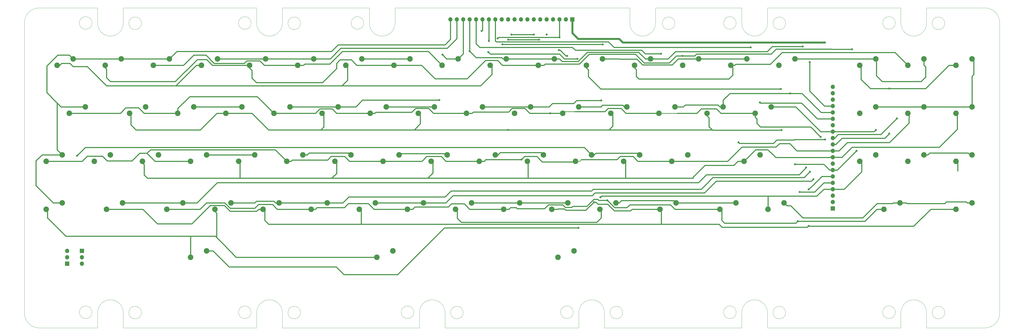
<source format=gtl>
G04 #@! TF.GenerationSoftware,KiCad,Pcbnew,(5.1.5)-3*
G04 #@! TF.CreationDate,2020-08-08T22:19:47-04:00*
G04 #@! TF.ProjectId,petkb,7065746b-622e-46b6-9963-61645f706362,rev?*
G04 #@! TF.SameCoordinates,Original*
G04 #@! TF.FileFunction,Copper,L1,Top*
G04 #@! TF.FilePolarity,Positive*
%FSLAX46Y46*%
G04 Gerber Fmt 4.6, Leading zero omitted, Abs format (unit mm)*
G04 Created by KiCad (PCBNEW (5.1.5)-3) date 2020-08-08 22:19:47*
%MOMM*%
%LPD*%
G04 APERTURE LIST*
%ADD10C,0.050000*%
%ADD11C,2.200000*%
%ADD12O,1.700000X1.700000*%
%ADD13R,1.700000X1.700000*%
%ADD14C,0.800000*%
%ADD15C,0.400000*%
%ADD16C,0.250000*%
%ADD17C,0.750000*%
G04 APERTURE END LIST*
D10*
X256667000Y-27813000D02*
X236474000Y-27813000D01*
X266827000Y-27813000D02*
X300990000Y-27813000D01*
X256667000Y-33909000D02*
X256667000Y-27813000D01*
X266827000Y-27813000D02*
X266827000Y-33909000D01*
X266827000Y-33909000D02*
G75*
G02X256667000Y-33909000I-5080000J0D01*
G01*
X163703000Y-27813000D02*
X183515000Y-27813000D01*
X119126000Y-27813000D02*
X153543000Y-27813000D01*
X151344000Y-33782000D02*
G75*
G03X151344000Y-33782000I-2500000J0D01*
G01*
X163703000Y-33909000D02*
G75*
G02X153543000Y-33909000I-5080000J0D01*
G01*
X253833000Y-148717000D02*
G75*
G03X253833000Y-148717000I-2500000J0D01*
G01*
X43775000Y-148590000D02*
G75*
G03X43775000Y-148590000I-2500000J0D01*
G01*
X274534000Y-33909000D02*
G75*
G03X274534000Y-33909000I-2500000J0D01*
G01*
X361783000Y-33782000D02*
G75*
G03X361783000Y-33782000I-2500000J0D01*
G01*
X381341000Y-33909000D02*
G75*
G03X381341000Y-33909000I-2500000J0D01*
G01*
X298791000Y-33782000D02*
G75*
G03X298791000Y-33782000I-2500000J0D01*
G01*
X318349000Y-33909000D02*
G75*
G03X318349000Y-33909000I-2500000J0D01*
G01*
X106767000Y-33782000D02*
G75*
G03X106767000Y-33782000I-2500000J0D01*
G01*
X126325000Y-33909000D02*
G75*
G03X126325000Y-33909000I-2500000J0D01*
G01*
X63333000Y-148717000D02*
G75*
G03X63333000Y-148717000I-2500000J0D01*
G01*
X171156000Y-148590000D02*
G75*
G03X171156000Y-148590000I-2500000J0D01*
G01*
X190714000Y-148717000D02*
G75*
G03X190714000Y-148717000I-2500000J0D01*
G01*
X298791000Y-148590000D02*
G75*
G03X298791000Y-148590000I-2500000J0D01*
G01*
X318349000Y-148717000D02*
G75*
G03X318349000Y-148717000I-2500000J0D01*
G01*
X43775000Y-33782000D02*
G75*
G03X43775000Y-33782000I-2500000J0D01*
G01*
X63333000Y-33909000D02*
G75*
G03X63333000Y-33909000I-2500000J0D01*
G01*
X106767000Y-148590000D02*
G75*
G03X106767000Y-148590000I-2500000J0D01*
G01*
X126325000Y-148717000D02*
G75*
G03X126325000Y-148717000I-2500000J0D01*
G01*
X234275000Y-148590000D02*
G75*
G03X234275000Y-148590000I-2500000J0D01*
G01*
X361783000Y-148590000D02*
G75*
G03X361783000Y-148590000I-2500000J0D01*
G01*
X381341000Y-148717000D02*
G75*
G03X381341000Y-148717000I-2500000J0D01*
G01*
X397256000Y-27813000D02*
X374142000Y-27813000D01*
X403098000Y-148971000D02*
X403098000Y-33655000D01*
X397256000Y-154813000D02*
X374142000Y-154813000D01*
X22860000Y-154813000D02*
X45974000Y-154813000D01*
X17018000Y-33655000D02*
X17018000Y-148971000D01*
X22860000Y-27813000D02*
X45974000Y-27813000D01*
X17018000Y-33655000D02*
G75*
G02X22860000Y-27813000I5842000J0D01*
G01*
X22860000Y-154813000D02*
G75*
G02X17018000Y-148971000I0J5842000D01*
G01*
X403098000Y-148971000D02*
G75*
G02X397256000Y-154813000I-5842000J0D01*
G01*
X397256000Y-27813000D02*
G75*
G02X403098000Y-33655000I0J-5842000D01*
G01*
X311150000Y-154813000D02*
X363982000Y-154813000D01*
X246634000Y-154813000D02*
X300990000Y-154813000D01*
X183515000Y-154813000D02*
X236474000Y-154813000D01*
X119126000Y-154813000D02*
X173355000Y-154813000D01*
X56134000Y-154813000D02*
X108966000Y-154813000D01*
X374142000Y-148717000D02*
X374142000Y-154813000D01*
X363982000Y-148717000D02*
X363982000Y-154813000D01*
X311150000Y-148717000D02*
X311150000Y-154813000D01*
X300990000Y-148717000D02*
X300990000Y-154813000D01*
X246634000Y-148717000D02*
X246634000Y-154813000D01*
X236474000Y-148717000D02*
X236474000Y-154813000D01*
X183515000Y-148717000D02*
X183515000Y-154813000D01*
X173355000Y-148717000D02*
X173355000Y-154813000D01*
X119126000Y-148717000D02*
X119126000Y-154813000D01*
X108966000Y-148717000D02*
X108966000Y-154813000D01*
X56134000Y-148717000D02*
X56134000Y-154813000D01*
X45974000Y-148717000D02*
X45974000Y-154813000D01*
X45974000Y-148717000D02*
G75*
G02X56134000Y-148717000I5080000J0D01*
G01*
X108966000Y-148717000D02*
G75*
G02X119126000Y-148717000I5080000J0D01*
G01*
X173355000Y-148717000D02*
G75*
G02X183515000Y-148717000I5080000J0D01*
G01*
X236474000Y-148717000D02*
G75*
G02X246634000Y-148717000I5080000J0D01*
G01*
X300990000Y-148717000D02*
G75*
G02X311150000Y-148717000I5080000J0D01*
G01*
X363982000Y-148717000D02*
G75*
G02X374142000Y-148717000I5080000J0D01*
G01*
X311150000Y-27813000D02*
X363982000Y-27813000D01*
X183515000Y-27813000D02*
X236474000Y-27813000D01*
X56134000Y-27813000D02*
X108966000Y-27813000D01*
X108966000Y-33909000D02*
X108966000Y-27813000D01*
X119126000Y-33909000D02*
X119126000Y-27813000D01*
X153543000Y-33909000D02*
X153543000Y-27813000D01*
X163703000Y-33909000D02*
X163703000Y-27813000D01*
X300990000Y-33909000D02*
X300990000Y-27813000D01*
X311150000Y-33909000D02*
X311150000Y-27813000D01*
X45974000Y-33909000D02*
X45974000Y-27813000D01*
X56134000Y-33909000D02*
X56134000Y-27813000D01*
X56134000Y-33909000D02*
G75*
G02X45974000Y-33909000I-5080000J0D01*
G01*
X119126000Y-33909000D02*
G75*
G02X108966000Y-33909000I-5080000J0D01*
G01*
X311150000Y-33909000D02*
G75*
G02X300990000Y-33909000I-5080000J0D01*
G01*
X374142000Y-33909000D02*
G75*
G02X363982000Y-33909000I-5080000J0D01*
G01*
X363982000Y-33909000D02*
X363982000Y-27813000D01*
X374142000Y-33909000D02*
X374142000Y-27813000D01*
D11*
X392176000Y-86106000D03*
X385826000Y-88646000D03*
X315722000Y-50546000D03*
X322072000Y-48006000D03*
X245872000Y-48006000D03*
X239522000Y-50546000D03*
D12*
X336994500Y-59118500D03*
X336994500Y-61658500D03*
X336994500Y-64198500D03*
X336994500Y-66738500D03*
X336994500Y-69278500D03*
X336994500Y-71818500D03*
X336994500Y-74358500D03*
X336994500Y-76898500D03*
X336994500Y-79438500D03*
X336994500Y-81978500D03*
X336994500Y-84518500D03*
X336994500Y-87058500D03*
X336994500Y-89598500D03*
X336994500Y-92138500D03*
X336994500Y-94678500D03*
X336994500Y-97218500D03*
X336994500Y-99758500D03*
X336994500Y-102298500D03*
X336994500Y-104838500D03*
D13*
X336994500Y-107378500D03*
D11*
X156527500Y-126746000D03*
X162877500Y-124206000D03*
X82740500Y-126746000D03*
X89090500Y-124206000D03*
D12*
X33909000Y-124206000D03*
X33909000Y-126746000D03*
D13*
X33909000Y-129286000D03*
D12*
X39751000Y-129286000D03*
X39751000Y-126746000D03*
D13*
X39751000Y-124206000D03*
D12*
X185674000Y-32385000D03*
X188214000Y-32385000D03*
X190754000Y-32385000D03*
X193294000Y-32385000D03*
X195834000Y-32385000D03*
X198374000Y-32385000D03*
X200914000Y-32385000D03*
X203454000Y-32385000D03*
X205994000Y-32385000D03*
X208534000Y-32385000D03*
X211074000Y-32385000D03*
X213614000Y-32385000D03*
X216154000Y-32385000D03*
X218694000Y-32385000D03*
X221234000Y-32385000D03*
X223774000Y-32385000D03*
X226314000Y-32385000D03*
X228854000Y-32385000D03*
X231394000Y-32385000D03*
D13*
X233934000Y-32385000D03*
D11*
X211074000Y-69596000D03*
X217424000Y-67056000D03*
X230124000Y-69596000D03*
X236474000Y-67056000D03*
X347726000Y-50546000D03*
X354076000Y-48006000D03*
X168656000Y-107696000D03*
X175006000Y-105156000D03*
X235204000Y-88646000D03*
X241554000Y-86106000D03*
X222504000Y-86106000D03*
X216154000Y-88646000D03*
X228219000Y-126746000D03*
X234569000Y-124206000D03*
X63754000Y-88646000D03*
X70104000Y-86106000D03*
X385826000Y-107696000D03*
X392176000Y-105156000D03*
X44704000Y-88646000D03*
X51054000Y-86106000D03*
X115824000Y-69596000D03*
X122174000Y-67056000D03*
X198374000Y-67056000D03*
X192024000Y-69596000D03*
X103124000Y-67056000D03*
X96774000Y-69596000D03*
X312674000Y-67056000D03*
X306324000Y-69596000D03*
X268224000Y-69596000D03*
X274574000Y-67056000D03*
X58674000Y-69596000D03*
X65024000Y-67056000D03*
X84074000Y-67056000D03*
X77724000Y-69596000D03*
X160274000Y-67056000D03*
X153924000Y-69596000D03*
X249174000Y-69596000D03*
X255524000Y-67056000D03*
X179324000Y-67056000D03*
X172974000Y-69596000D03*
X134874000Y-69596000D03*
X141224000Y-67056000D03*
X287274000Y-69596000D03*
X293624000Y-67056000D03*
X34798000Y-69596000D03*
X41148000Y-67056000D03*
X301879000Y-88646000D03*
X308229000Y-86106000D03*
X49530000Y-107696000D03*
X55880000Y-105156000D03*
X268605000Y-107696000D03*
X274955000Y-105156000D03*
X357251000Y-107696000D03*
X363601000Y-105156000D03*
X207772000Y-48006000D03*
X201422000Y-50546000D03*
X144272000Y-50546000D03*
X150622000Y-48006000D03*
X93472000Y-48006000D03*
X87122000Y-50546000D03*
X29972000Y-50546000D03*
X36322000Y-48006000D03*
X354076000Y-86106000D03*
X347726000Y-88646000D03*
X244856000Y-107696000D03*
X251206000Y-105156000D03*
X311404000Y-107696000D03*
X317754000Y-105156000D03*
X194056000Y-105156000D03*
X187706000Y-107696000D03*
X98806000Y-105156000D03*
X92456000Y-107696000D03*
X25654000Y-107696000D03*
X32004000Y-105156000D03*
X373126000Y-86106000D03*
X366776000Y-88646000D03*
X292354000Y-107696000D03*
X298704000Y-105156000D03*
X213106000Y-105156000D03*
X206756000Y-107696000D03*
X136906000Y-105156000D03*
X130556000Y-107696000D03*
X73406000Y-107696000D03*
X79756000Y-105156000D03*
X232156000Y-105156000D03*
X225806000Y-107696000D03*
X149606000Y-107696000D03*
X155956000Y-105156000D03*
X117856000Y-105156000D03*
X111506000Y-107696000D03*
X354076000Y-67056000D03*
X347726000Y-69596000D03*
X392176000Y-67056000D03*
X385826000Y-69596000D03*
X254254000Y-88646000D03*
X260604000Y-86106000D03*
X184404000Y-86106000D03*
X178054000Y-88646000D03*
X139954000Y-88646000D03*
X146304000Y-86106000D03*
X108204000Y-86106000D03*
X101854000Y-88646000D03*
X373126000Y-67056000D03*
X366776000Y-69596000D03*
X203454000Y-86106000D03*
X197104000Y-88646000D03*
X273304000Y-88646000D03*
X279654000Y-86106000D03*
X165354000Y-86106000D03*
X159004000Y-88646000D03*
X120904000Y-88646000D03*
X127254000Y-86106000D03*
X89154000Y-86106000D03*
X82804000Y-88646000D03*
X25654000Y-88646000D03*
X32004000Y-86106000D03*
X392176000Y-48006000D03*
X385826000Y-50546000D03*
X283972000Y-48006000D03*
X277622000Y-50546000D03*
X226822000Y-48006000D03*
X220472000Y-50546000D03*
X163322000Y-50546000D03*
X169672000Y-48006000D03*
X112522000Y-48006000D03*
X106172000Y-50546000D03*
X49022000Y-50546000D03*
X55372000Y-48006000D03*
X303022000Y-48006000D03*
X296672000Y-50546000D03*
X366776000Y-50546000D03*
X373126000Y-48006000D03*
X264922000Y-48006000D03*
X258572000Y-50546000D03*
X182372000Y-50546000D03*
X188722000Y-48006000D03*
X131572000Y-48006000D03*
X125222000Y-50546000D03*
X68072000Y-50546000D03*
X74422000Y-48006000D03*
D14*
X354076000Y-76200000D03*
X304546000Y-43434000D03*
X204343000Y-39878000D03*
X228790500Y-39497000D03*
X316420500Y-59944000D03*
X37846000Y-86487000D03*
X200660000Y-45339000D03*
X200914000Y-40767000D03*
X299656500Y-81153000D03*
X333946500Y-80073500D03*
X235902500Y-48069500D03*
X236347000Y-115062000D03*
X197993000Y-36957000D03*
X308165500Y-65341500D03*
X245300500Y-64516000D03*
X320167000Y-61722000D03*
X269017750Y-46005750D03*
X193294000Y-44958000D03*
X325120000Y-43116500D03*
X327850500Y-49276000D03*
X181229000Y-64389000D03*
X182499000Y-46355000D03*
X329311000Y-95758000D03*
X327977500Y-92837000D03*
X326453500Y-91122500D03*
X244983000Y-102997000D03*
X223774000Y-38354000D03*
X228600000Y-44577000D03*
X247777000Y-104140000D03*
X231902000Y-46863000D03*
X323913500Y-100901500D03*
X323183250Y-112426750D03*
X242443000Y-104902000D03*
X327469500Y-99885500D03*
X327469500Y-114363500D03*
X218694000Y-38354000D03*
X209804000Y-38354000D03*
X208407000Y-76200000D03*
X346392500Y-84518500D03*
X322008500Y-89852500D03*
X316738000Y-76327000D03*
X225171000Y-69596000D03*
X332232000Y-78994000D03*
X213741000Y-88011000D03*
X208534000Y-40386000D03*
X220726000Y-40386000D03*
X277495000Y-46863000D03*
X359410000Y-77660500D03*
X359410000Y-59817000D03*
X344678000Y-44196000D03*
X206248000Y-42291000D03*
X362458000Y-71628000D03*
X245935500Y-42291000D03*
X333883000Y-41529000D03*
D15*
X374650000Y-86106000D02*
X373126000Y-86106000D01*
X373126000Y-67056000D02*
X392176000Y-67056000D01*
X392176000Y-67056000D02*
X392176000Y-54864000D01*
X392176000Y-54864000D02*
X392811000Y-54229000D01*
X392811000Y-48641000D02*
X392176000Y-48006000D01*
X392811000Y-54229000D02*
X392811000Y-48641000D01*
X354076000Y-67056000D02*
X373126000Y-67056000D01*
X203454000Y-40894000D02*
X203835000Y-41275000D01*
X203454000Y-32385000D02*
X203454000Y-40894000D01*
X392176000Y-86106000D02*
X391414000Y-86106000D01*
X375412000Y-85344000D02*
X374650000Y-86106000D01*
X390652000Y-85344000D02*
X375412000Y-85344000D01*
X391414000Y-86106000D02*
X390652000Y-85344000D01*
X336994500Y-76898500D02*
X353377500Y-76898500D01*
X353377500Y-76898500D02*
X354076000Y-76200000D01*
X332232000Y-76898500D02*
X336994500Y-76898500D01*
X322389500Y-67056000D02*
X332232000Y-76898500D01*
X312674000Y-67056000D02*
X322389500Y-67056000D01*
X246761000Y-41275000D02*
X248221500Y-41275000D01*
X203835000Y-41275000D02*
X246761000Y-41275000D01*
X248221500Y-41275000D02*
X250380500Y-43434000D01*
X250380500Y-43434000D02*
X304546000Y-43434000D01*
X76962000Y-58674000D02*
X85090000Y-50546000D01*
X85090000Y-50546000D02*
X87122000Y-50546000D01*
X49530000Y-58674000D02*
X76962000Y-58674000D01*
X41910000Y-51054000D02*
X49530000Y-58674000D01*
X30988000Y-50546000D02*
X31750000Y-49784000D01*
X29972000Y-50546000D02*
X30988000Y-50546000D01*
X36322000Y-51054000D02*
X41910000Y-51054000D01*
X31750000Y-49784000D02*
X35052000Y-49784000D01*
X35052000Y-49784000D02*
X36322000Y-51054000D01*
X76962000Y-58674000D02*
X142748000Y-58674000D01*
X142748000Y-58674000D02*
X144907000Y-56515000D01*
X144907000Y-51181000D02*
X144272000Y-50546000D01*
X144907000Y-56515000D02*
X144907000Y-51181000D01*
X202057000Y-51181000D02*
X201422000Y-50546000D01*
X202057000Y-54229000D02*
X202057000Y-51181000D01*
X142748000Y-58674000D02*
X197612000Y-58674000D01*
X197612000Y-58674000D02*
X202057000Y-54229000D01*
D16*
X204724000Y-39497000D02*
X204343000Y-39878000D01*
D15*
X225933000Y-39497000D02*
X204724000Y-39497000D01*
X228854000Y-36576000D02*
X228854000Y-32385000D01*
X228854000Y-39433500D02*
X228790500Y-39497000D01*
X228854000Y-36576000D02*
X228854000Y-39433500D01*
X225933000Y-39497000D02*
X228790500Y-39497000D01*
X239522000Y-50546000D02*
X239522000Y-51562000D01*
X239522000Y-51562000D02*
X240284000Y-52324000D01*
X240284000Y-52324000D02*
X240284000Y-55054500D01*
X240284000Y-55054500D02*
X245173500Y-59944000D01*
X245173500Y-59944000D02*
X316420500Y-59944000D01*
X236474000Y-67056000D02*
X245237000Y-67056000D01*
X274955000Y-105156000D02*
X298704000Y-105156000D01*
X53594000Y-83185000D02*
X238633000Y-83185000D01*
X41148000Y-83185000D02*
X37846000Y-86487000D01*
X53594000Y-83185000D02*
X41148000Y-83185000D01*
X238633000Y-83185000D02*
X241554000Y-86106000D01*
X201422000Y-46101000D02*
X200660000Y-45339000D01*
X200914000Y-32385000D02*
X200914000Y-41148000D01*
X241554000Y-86106000D02*
X242570000Y-86106000D01*
X259969000Y-85471000D02*
X260604000Y-86106000D01*
X243205000Y-85471000D02*
X259969000Y-85471000D01*
X242570000Y-86106000D02*
X243205000Y-85471000D01*
X255524000Y-67056000D02*
X254508000Y-67056000D01*
X245872000Y-66421000D02*
X245237000Y-67056000D01*
X253873000Y-66421000D02*
X245872000Y-66421000D01*
X254508000Y-67056000D02*
X253873000Y-66421000D01*
X251206000Y-105156000D02*
X252476000Y-105156000D01*
X274066000Y-104267000D02*
X274955000Y-105156000D01*
X253365000Y-104267000D02*
X274066000Y-104267000D01*
X252476000Y-105156000D02*
X253365000Y-104267000D01*
X300056499Y-81552999D02*
X313480501Y-81552999D01*
X299656500Y-81153000D02*
X300056499Y-81552999D01*
X313480501Y-81552999D02*
X314833000Y-80200500D01*
X314833000Y-80200500D02*
X321754500Y-80200500D01*
X321881500Y-80073500D02*
X333946500Y-80073500D01*
X321754500Y-80200500D02*
X321881500Y-80073500D01*
X228028500Y-46101000D02*
X228790500Y-46101000D01*
X228028500Y-46101000D02*
X201422000Y-46101000D01*
X228790500Y-46101000D02*
X230759000Y-48069500D01*
X230759000Y-48069500D02*
X235902500Y-48069500D01*
X198374000Y-67056000D02*
X217424000Y-67056000D01*
X217424000Y-67056000D02*
X224663000Y-67056000D01*
X283972000Y-48006000D02*
X303022000Y-48006000D01*
X198374000Y-32385000D02*
X198374000Y-36576000D01*
X198374000Y-36576000D02*
X197993000Y-36957000D01*
X203454000Y-86106000D02*
X204470000Y-86106000D01*
X221615000Y-85217000D02*
X222504000Y-86106000D01*
X205359000Y-85217000D02*
X221615000Y-85217000D01*
X204470000Y-86106000D02*
X205359000Y-85217000D01*
X311953999Y-65555999D02*
X324699499Y-65555999D01*
X330962000Y-71818500D02*
X336994500Y-71818500D01*
X324699499Y-65555999D02*
X330962000Y-71818500D01*
X311953999Y-65555999D02*
X308316499Y-65555999D01*
X308165500Y-65405000D02*
X308165500Y-65341500D01*
X308316499Y-65555999D02*
X308165500Y-65405000D01*
X226028250Y-65690750D02*
X234410250Y-65690750D01*
X224663000Y-67056000D02*
X226028250Y-65690750D01*
X234410250Y-65690750D02*
X235585000Y-64516000D01*
X235585000Y-64516000D02*
X245300500Y-64516000D01*
X275844000Y-48006000D02*
X283972000Y-48006000D01*
X273431000Y-50419000D02*
X275844000Y-48006000D01*
X261747000Y-50419000D02*
X273431000Y-50419000D01*
X245872000Y-48006000D02*
X259461000Y-48133000D01*
X259461000Y-48133000D02*
X261747000Y-50419000D01*
X91694000Y-124206000D02*
X98044000Y-130556000D01*
X89090500Y-124206000D02*
X91694000Y-124206000D01*
X98044000Y-130556000D02*
X140462000Y-130556000D01*
X140462000Y-130556000D02*
X143510000Y-133604000D01*
X183261000Y-115062000D02*
X236347000Y-115062000D01*
X143510000Y-133604000D02*
X164719000Y-133604000D01*
X164719000Y-133604000D02*
X183261000Y-115062000D01*
X296291000Y-61722000D02*
X293624000Y-64389000D01*
X293624000Y-64389000D02*
X293624000Y-67056000D01*
X320167000Y-61722000D02*
X296291000Y-61722000D01*
X274574000Y-67056000D02*
X276860000Y-67056000D01*
D16*
X279654000Y-86106000D02*
X279654000Y-85598000D01*
D15*
X373126000Y-48006000D02*
X373126000Y-50546000D01*
X373126000Y-50546000D02*
X373761000Y-51181000D01*
X373761000Y-51181000D02*
X373761000Y-55245000D01*
X373761000Y-55245000D02*
X371983000Y-57023000D01*
X371983000Y-57023000D02*
X356616000Y-57023000D01*
X356616000Y-57023000D02*
X354330000Y-54737000D01*
X354330000Y-48260000D02*
X354076000Y-48006000D01*
X354330000Y-54737000D02*
X354330000Y-48260000D01*
D16*
X195834000Y-41783000D02*
X195834000Y-42037000D01*
D15*
X195834000Y-42037000D02*
X197231000Y-43434000D01*
D16*
X195834000Y-41783000D02*
X195834000Y-41910000D01*
D15*
X195834000Y-32385000D02*
X195834000Y-41783000D01*
X392176000Y-105156000D02*
X390271000Y-105156000D01*
X366141000Y-105156000D02*
X363601000Y-105156000D01*
X366395000Y-105410000D02*
X366141000Y-105156000D01*
X374904000Y-105410000D02*
X374777000Y-105410000D01*
X374777000Y-105410000D02*
X366395000Y-105410000D01*
X389890000Y-104775000D02*
X382016000Y-104775000D01*
X390271000Y-105156000D02*
X389890000Y-104775000D01*
X360934000Y-105156000D02*
X363601000Y-105156000D01*
X360680000Y-105410000D02*
X360934000Y-105156000D01*
X276860000Y-67056000D02*
X277876000Y-67056000D01*
X292354000Y-67056000D02*
X293624000Y-67056000D01*
X291592000Y-66294000D02*
X292354000Y-67056000D01*
X278638000Y-66294000D02*
X291592000Y-66294000D01*
X277876000Y-67056000D02*
X278638000Y-66294000D01*
X374777000Y-105410000D02*
X381381000Y-105410000D01*
X381381000Y-105410000D02*
X382016000Y-104775000D01*
X318853999Y-106255999D02*
X320314499Y-106255999D01*
X317754000Y-105156000D02*
X318853999Y-106255999D01*
X320314499Y-106255999D02*
X325183500Y-111125000D01*
X348869000Y-111125000D02*
X354584000Y-105410000D01*
X325183500Y-111125000D02*
X348869000Y-111125000D01*
X354584000Y-105410000D02*
X360680000Y-105410000D01*
X341630000Y-48006000D02*
X354076000Y-48006000D01*
X322072000Y-48006000D02*
X341630000Y-48006000D01*
X232600500Y-43434000D02*
X233934000Y-43434000D01*
X197231000Y-43434000D02*
X232600500Y-43434000D01*
X233934000Y-43434000D02*
X235077000Y-44577000D01*
X261112000Y-44577000D02*
X261366000Y-44577000D01*
X235077000Y-44577000D02*
X261112000Y-44577000D01*
X261366000Y-44577000D02*
X262763000Y-45974000D01*
X268986000Y-45974000D02*
X269017750Y-46005750D01*
X262763000Y-45974000D02*
X268986000Y-45974000D01*
X336994500Y-69278500D02*
X332359000Y-69278500D01*
X324802500Y-61722000D02*
X320167000Y-61722000D01*
X332359000Y-69278500D02*
X324802500Y-61722000D01*
X160274000Y-67056000D02*
X179324000Y-67056000D01*
X207772000Y-48006000D02*
X226822000Y-48006000D01*
X194056000Y-105156000D02*
X213106000Y-105156000D01*
X213106000Y-105156000D02*
X232156000Y-105156000D01*
X206502000Y-48006000D02*
X207772000Y-48006000D01*
X193294000Y-32385000D02*
X193294000Y-41910000D01*
X193294000Y-41910000D02*
X193294000Y-44958000D01*
X165354000Y-86106000D02*
X165862000Y-86106000D01*
X183896000Y-85598000D02*
X184404000Y-86106000D01*
X166370000Y-85598000D02*
X183896000Y-85598000D01*
X165862000Y-86106000D02*
X166370000Y-85598000D01*
X198882000Y-47498000D02*
X205994000Y-47498000D01*
X205994000Y-47498000D02*
X206502000Y-48006000D01*
X198882000Y-47498000D02*
X195834000Y-47498000D01*
X195834000Y-47498000D02*
X193294000Y-44958000D01*
X311023000Y-45148500D02*
X313055000Y-43116500D01*
X274701000Y-45148500D02*
X311023000Y-45148500D01*
X271843500Y-48006000D02*
X274701000Y-45148500D01*
X264922000Y-48006000D02*
X271843500Y-48006000D01*
X262826500Y-48006000D02*
X264922000Y-48006000D01*
X228854000Y-48006000D02*
X229933500Y-49085500D01*
X226822000Y-48006000D02*
X228854000Y-48006000D01*
X229933500Y-49085500D02*
X236156500Y-49085500D01*
X236156500Y-49085500D02*
X239871250Y-45370750D01*
X239871250Y-45370750D02*
X260191250Y-45370750D01*
X260191250Y-45370750D02*
X262826500Y-48006000D01*
X313055000Y-43116500D02*
X325120000Y-43116500D01*
X336994500Y-66738500D02*
X333756000Y-66738500D01*
X333756000Y-66738500D02*
X327850500Y-60833000D01*
X327850500Y-60833000D02*
X327850500Y-49276000D01*
X122174000Y-67056000D02*
X141224000Y-67056000D01*
X150622000Y-48006000D02*
X169672000Y-48006000D01*
X155956000Y-105156000D02*
X175006000Y-105156000D01*
X148209000Y-67056000D02*
X141224000Y-67056000D01*
X181229000Y-64389000D02*
X150876000Y-64389000D01*
X150876000Y-64389000D02*
X148209000Y-67056000D01*
X190754000Y-45974000D02*
X188722000Y-48006000D01*
X190754000Y-32385000D02*
X190754000Y-45974000D01*
X127254000Y-86106000D02*
X128905000Y-86106000D01*
X145542000Y-85344000D02*
X146304000Y-86106000D01*
X129667000Y-85344000D02*
X145542000Y-85344000D01*
X128905000Y-86106000D02*
X129667000Y-85344000D01*
X188722000Y-48006000D02*
X184150000Y-48006000D01*
X184150000Y-48006000D02*
X182499000Y-46355000D01*
X175006000Y-105156000D02*
X183769000Y-105156000D01*
X183769000Y-105156000D02*
X186626500Y-102298500D01*
X186626500Y-102298500D02*
X241808000Y-102298500D01*
X241808000Y-102298500D02*
X242887500Y-101219000D01*
X242887500Y-101219000D02*
X286194500Y-101219000D01*
X286194500Y-101219000D02*
X290893500Y-96520000D01*
X290893500Y-96520000D02*
X328549000Y-96520000D01*
X328549000Y-96520000D02*
X329311000Y-95758000D01*
X84074000Y-67056000D02*
X103124000Y-67056000D01*
X89154000Y-86106000D02*
X108204000Y-86106000D01*
X98806000Y-105156000D02*
X108204000Y-105156000D01*
X117856000Y-105156000D02*
X136906000Y-105156000D01*
X93472000Y-48006000D02*
X112522000Y-48006000D01*
X112522000Y-48006000D02*
X131572000Y-48006000D01*
D16*
X103124000Y-67056000D02*
X104013000Y-67056000D01*
D15*
X188214000Y-32385000D02*
X188214000Y-37592000D01*
X117856000Y-105156000D02*
X116459000Y-105156000D01*
X108839000Y-104521000D02*
X108204000Y-105156000D01*
X115824000Y-104521000D02*
X108839000Y-104521000D01*
X116459000Y-105156000D02*
X115824000Y-104521000D01*
X131572000Y-48006000D02*
X134620000Y-48006000D01*
X134620000Y-48006000D02*
X138049000Y-48006000D01*
X188214000Y-40005000D02*
X188214000Y-37592000D01*
X184404000Y-43815000D02*
X188214000Y-40005000D01*
X142240000Y-43815000D02*
X184404000Y-43815000D01*
X138049000Y-48006000D02*
X142240000Y-43815000D01*
X136906000Y-105156000D02*
X143065500Y-105156000D01*
X143065500Y-105156000D02*
X145415000Y-102806500D01*
X145415000Y-102806500D02*
X183515000Y-102806500D01*
X183515000Y-102806500D02*
X185864500Y-100457000D01*
X185864500Y-100457000D02*
X241490500Y-100457000D01*
X241490500Y-100457000D02*
X242189000Y-99758500D01*
X242189000Y-99758500D02*
X284988000Y-99758500D01*
X284988000Y-99758500D02*
X288099500Y-96647000D01*
X288099500Y-96647000D02*
X288099500Y-96583500D01*
X288099500Y-96583500D02*
X289560000Y-95123000D01*
X289560000Y-95123000D02*
X325691500Y-95123000D01*
X325691500Y-95123000D02*
X327977500Y-92837000D01*
D16*
X41148000Y-67056000D02*
X33401000Y-67056000D01*
D15*
X29972000Y-84074000D02*
X32004000Y-86106000D01*
X32004000Y-86106000D02*
X24003000Y-86106000D01*
X24003000Y-86106000D02*
X21590000Y-88519000D01*
X21590000Y-88519000D02*
X21590000Y-98298000D01*
X28448000Y-105156000D02*
X32004000Y-105156000D01*
X21590000Y-98298000D02*
X28448000Y-105156000D01*
X29972000Y-70739000D02*
X29972000Y-65532000D01*
X29972000Y-70739000D02*
X29972000Y-84074000D01*
D16*
X29972000Y-70485000D02*
X29972000Y-70739000D01*
D15*
X29972000Y-65532000D02*
X25844500Y-61404500D01*
X55880000Y-105156000D02*
X79756000Y-105156000D01*
X185674000Y-32385000D02*
X185674000Y-38227000D01*
X41148000Y-67056000D02*
X31496000Y-67056000D01*
X31496000Y-67056000D02*
X29972000Y-65532000D01*
X25844500Y-61404500D02*
X25844500Y-50863500D01*
X34798000Y-46482000D02*
X36322000Y-48006000D01*
X30226000Y-46482000D02*
X34798000Y-46482000D01*
X25844500Y-50863500D02*
X30226000Y-46482000D01*
X36322000Y-48006000D02*
X74422000Y-48006000D01*
X74422000Y-48006000D02*
X77343000Y-45085000D01*
X77343000Y-45085000D02*
X133604000Y-45085000D01*
X133604000Y-45085000D02*
X138557000Y-45085000D01*
X185674000Y-40259000D02*
X185674000Y-38227000D01*
X183515000Y-42418000D02*
X185674000Y-40259000D01*
X141224000Y-42418000D02*
X183515000Y-42418000D01*
X138557000Y-45085000D02*
X141224000Y-42418000D01*
X79756000Y-105156000D02*
X85344000Y-105156000D01*
X85344000Y-105156000D02*
X93345000Y-97155000D01*
X93345000Y-97155000D02*
X283845000Y-97155000D01*
X283845000Y-97155000D02*
X287020000Y-93980000D01*
X287020000Y-93980000D02*
X323723000Y-93980000D01*
X323723000Y-93980000D02*
X326453500Y-91249500D01*
X326453500Y-91249500D02*
X326453500Y-91122500D01*
X25654000Y-107696000D02*
X25654000Y-108331000D01*
X25654000Y-108331000D02*
X26162000Y-108839000D01*
X92456000Y-107696000D02*
X92456000Y-108585000D01*
X92456000Y-108585000D02*
X93091000Y-109220000D01*
X26162000Y-108839000D02*
X26162000Y-111252000D01*
X93091000Y-109220000D02*
X93091000Y-118745000D01*
X311404000Y-107696000D02*
X311404000Y-106807000D01*
X245364000Y-108204000D02*
X244856000Y-107696000D01*
X189992000Y-112903000D02*
X243586000Y-112903000D01*
X243586000Y-112903000D02*
X245364000Y-111125000D01*
X245364000Y-111125000D02*
X245364000Y-108204000D01*
X245491000Y-102489000D02*
X244983000Y-102997000D01*
X189992000Y-112903000D02*
X188341000Y-111252000D01*
X187706000Y-108077000D02*
X187706000Y-107696000D01*
X188341000Y-108712000D02*
X187706000Y-108077000D01*
X188341000Y-111252000D02*
X188341000Y-108712000D01*
X26162000Y-111252000D02*
X26289000Y-111252000D01*
X26289000Y-111252000D02*
X33401000Y-118364000D01*
X33401000Y-118364000D02*
X80264000Y-118364000D01*
X100838000Y-126746000D02*
X156756000Y-126761000D01*
X95758000Y-121539000D02*
X100838000Y-126746000D01*
X92583000Y-118364000D02*
X95758000Y-121539000D01*
X333438500Y-99758500D02*
X336994500Y-99758500D01*
X315722000Y-102489000D02*
X330708000Y-102489000D01*
X330708000Y-102489000D02*
X333438500Y-99758500D01*
X348424500Y-89344500D02*
X347726000Y-88646000D01*
X311404000Y-102616000D02*
X311531000Y-102489000D01*
X311404000Y-107696000D02*
X311404000Y-102616000D01*
X315722000Y-102489000D02*
X311531000Y-102489000D01*
X311531000Y-102489000D02*
X245491000Y-102489000D01*
X341503000Y-99758500D02*
X348424500Y-92837000D01*
X336994500Y-99758500D02*
X341503000Y-99758500D01*
X348424500Y-92837000D02*
X348424500Y-89344500D01*
X82740500Y-118427500D02*
X82677000Y-118364000D01*
X82740500Y-126746000D02*
X82740500Y-118427500D01*
X80264000Y-118364000D02*
X82677000Y-118364000D01*
X82677000Y-118364000D02*
X92583000Y-118364000D01*
X367284000Y-89154000D02*
X366776000Y-88646000D01*
X130556000Y-107696000D02*
X117094000Y-107696000D01*
X108204000Y-107315000D02*
X109728000Y-105791000D01*
X98425000Y-107315000D02*
X108204000Y-107315000D01*
X96393000Y-105283000D02*
X98425000Y-107315000D01*
X96393000Y-105156000D02*
X96393000Y-105283000D01*
X86487000Y-107696000D02*
X89027000Y-105156000D01*
X89027000Y-105156000D02*
X96393000Y-105156000D01*
X85598000Y-107696000D02*
X86487000Y-107696000D01*
X85598000Y-107696000D02*
X73406000Y-107696000D01*
X109728000Y-105791000D02*
X115189000Y-105791000D01*
X115189000Y-105791000D02*
X117094000Y-107696000D01*
X293116000Y-112141000D02*
X294195500Y-113220500D01*
X294195500Y-113220500D02*
X322389500Y-113220500D01*
X293116000Y-112141000D02*
X293116000Y-108458000D01*
X293116000Y-108458000D02*
X292354000Y-107696000D01*
X153162000Y-105410000D02*
X155448000Y-107696000D01*
X155448000Y-107696000D02*
X168656000Y-107696000D01*
X132207000Y-107696000D02*
X132842000Y-107061000D01*
X130556000Y-107696000D02*
X132207000Y-107696000D01*
X132842000Y-107061000D02*
X143637000Y-107061000D01*
X143637000Y-107061000D02*
X145288000Y-105410000D01*
X145288000Y-105410000D02*
X153162000Y-105410000D01*
X168656000Y-107696000D02*
X170688000Y-107696000D01*
X170688000Y-107696000D02*
X171577000Y-106807000D01*
X171577000Y-106807000D02*
X184785000Y-106807000D01*
X184785000Y-106807000D02*
X186055000Y-105537000D01*
X186055000Y-105537000D02*
X191135000Y-105537000D01*
X193294000Y-107696000D02*
X206756000Y-107696000D01*
X191135000Y-105537000D02*
X193294000Y-107696000D01*
X274574000Y-107696000D02*
X292354000Y-107696000D01*
X247777000Y-104140000D02*
X250698000Y-107061000D01*
X250698000Y-107061000D02*
X254000000Y-107061000D01*
X266827000Y-105918000D02*
X272796000Y-105918000D01*
X272796000Y-105918000D02*
X274574000Y-107696000D01*
X211709000Y-107061000D02*
X212090000Y-107442000D01*
X230124000Y-105918000D02*
X231140000Y-106934000D01*
X222885000Y-107442000D02*
X224409000Y-105918000D01*
X224409000Y-105918000D02*
X230124000Y-105918000D01*
X231140000Y-106934000D02*
X233680000Y-106934000D01*
X206756000Y-107696000D02*
X208788000Y-107696000D01*
X209423000Y-107061000D02*
X211709000Y-107061000D01*
X212090000Y-107442000D02*
X222885000Y-107442000D01*
X208788000Y-107696000D02*
X209423000Y-107061000D01*
X247777000Y-104140000D02*
X244348000Y-104140000D01*
X234061000Y-106553000D02*
X233680000Y-106934000D01*
X239649000Y-106553000D02*
X234061000Y-106553000D01*
X242443000Y-103759000D02*
X239649000Y-106553000D01*
X243967000Y-103759000D02*
X242443000Y-103759000D01*
X244348000Y-104140000D02*
X243967000Y-103759000D01*
X254000000Y-107061000D02*
X255524000Y-107061000D01*
X256667000Y-105918000D02*
X266827000Y-105918000D01*
X255524000Y-107061000D02*
X256667000Y-105918000D01*
X323183250Y-112426750D02*
X349726250Y-112426750D01*
X323183250Y-112426750D02*
X322389500Y-113220500D01*
X354457000Y-107696000D02*
X357251000Y-107696000D01*
X349726250Y-112426750D02*
X354457000Y-107696000D01*
X228600000Y-44577000D02*
X229044500Y-44577000D01*
X229044500Y-44577000D02*
X231330500Y-46863000D01*
X231330500Y-46863000D02*
X231902000Y-46863000D01*
X336994500Y-97218500D02*
X333502000Y-97218500D01*
X333502000Y-97218500D02*
X329819000Y-100901500D01*
X329819000Y-100901500D02*
X323913500Y-100901500D01*
X63881000Y-107696000D02*
X69659500Y-113474500D01*
X49530000Y-107696000D02*
X63881000Y-107696000D01*
X386461000Y-89281000D02*
X385826000Y-88646000D01*
X386461000Y-90424000D02*
X386461000Y-89281000D01*
X111506000Y-107696000D02*
X109728000Y-107696000D01*
X90551000Y-106172000D02*
X83439000Y-113284000D01*
X96139000Y-106172000D02*
X90551000Y-106172000D01*
X98425000Y-108458000D02*
X96139000Y-106172000D01*
X108966000Y-108458000D02*
X98425000Y-108458000D01*
X109728000Y-107696000D02*
X108966000Y-108458000D01*
D16*
X111506000Y-107696000D02*
X111506000Y-107823000D01*
D15*
X113665000Y-113665000D02*
X149860000Y-113665000D01*
X112141000Y-112141000D02*
X113665000Y-113665000D01*
X112141000Y-111887000D02*
X112141000Y-112141000D01*
X112141000Y-108458000D02*
X112141000Y-111887000D01*
X111506000Y-107823000D02*
X112141000Y-108458000D01*
X150368000Y-113157000D02*
X150368000Y-108966000D01*
X150368000Y-108966000D02*
X150368000Y-108458000D01*
X150368000Y-108458000D02*
X149606000Y-107696000D01*
D16*
X226314000Y-108204000D02*
X225806000Y-107696000D01*
D15*
X149860000Y-113665000D02*
X150368000Y-113665000D01*
X150368000Y-113665000D02*
X224917000Y-113665000D01*
X224917000Y-113665000D02*
X267081000Y-113665000D01*
X267081000Y-113665000D02*
X269113000Y-113665000D01*
D16*
X228092000Y-107696000D02*
X228219000Y-107569000D01*
D15*
X225806000Y-107696000D02*
X228092000Y-107696000D01*
X239776000Y-107569000D02*
X242443000Y-104902000D01*
X228219000Y-107569000D02*
X230378000Y-107569000D01*
X242443000Y-104902000D02*
X243332000Y-104902000D01*
X250571000Y-108331000D02*
X256921000Y-108331000D01*
X249936000Y-107696000D02*
X250571000Y-108331000D01*
X243332000Y-104902000D02*
X244094000Y-105664000D01*
X244094000Y-105664000D02*
X247904000Y-105664000D01*
X247904000Y-105664000D02*
X249936000Y-107696000D01*
X268605000Y-107696000D02*
X268605000Y-108204000D01*
X269113000Y-108712000D02*
X269113000Y-113665000D01*
X268605000Y-108204000D02*
X269113000Y-108712000D01*
X268605000Y-107696000D02*
X257556000Y-107696000D01*
X257556000Y-107696000D02*
X256921000Y-108331000D01*
X230378000Y-107569000D02*
X230759000Y-107569000D01*
X239268000Y-108077000D02*
X239776000Y-107569000D01*
X231267000Y-108077000D02*
X239268000Y-108077000D01*
X230759000Y-107569000D02*
X231267000Y-108077000D01*
X386461000Y-90424000D02*
X386461000Y-92456000D01*
X69659500Y-113474500D02*
X83248500Y-113474500D01*
X83248500Y-113474500D02*
X83439000Y-113284000D01*
X150368000Y-108966000D02*
X150368000Y-113665000D01*
X336994500Y-94678500D02*
X332676500Y-94678500D01*
X332676500Y-94678500D02*
X328612500Y-98742500D01*
X328612500Y-98742500D02*
X328168000Y-99187000D01*
X328168000Y-99187000D02*
X327469500Y-99885500D01*
X375793000Y-107696000D02*
X385826000Y-107696000D01*
X291973000Y-113665000D02*
X293179500Y-114871500D01*
X269113000Y-113665000D02*
X291973000Y-113665000D01*
X293179500Y-114871500D02*
X326834500Y-114871500D01*
X326834500Y-114871500D02*
X327279000Y-114427000D01*
X327279000Y-114427000D02*
X369062000Y-114427000D01*
X369062000Y-114427000D02*
X375793000Y-107696000D01*
X316738000Y-76327000D02*
X289433000Y-76327000D01*
X289433000Y-76327000D02*
X288036000Y-74930000D01*
X288036000Y-74930000D02*
X288036000Y-71374000D01*
X287274000Y-70612000D02*
X287274000Y-69596000D01*
X288036000Y-71374000D02*
X287274000Y-70612000D01*
X58674000Y-69596000D02*
X58674000Y-70104000D01*
X58674000Y-70104000D02*
X59182000Y-70612000D01*
X59182000Y-70612000D02*
X59182000Y-74168000D01*
X59182000Y-74168000D02*
X61214000Y-76200000D01*
X61214000Y-76200000D02*
X86614000Y-76200000D01*
X93218000Y-69596000D02*
X96774000Y-69596000D01*
X86614000Y-76200000D02*
X93218000Y-69596000D01*
X96774000Y-69596000D02*
X107061000Y-69596000D01*
X107061000Y-69596000D02*
X113665000Y-76200000D01*
X113665000Y-76200000D02*
X134366000Y-76200000D01*
X134366000Y-76200000D02*
X135509000Y-75057000D01*
X135509000Y-70231000D02*
X134874000Y-69596000D01*
X135509000Y-75057000D02*
X135509000Y-70231000D01*
X173736000Y-70358000D02*
X172974000Y-69596000D01*
X134366000Y-76200000D02*
X171323000Y-76200000D01*
X173736000Y-73787000D02*
X173736000Y-70358000D01*
X171323000Y-76200000D02*
X173736000Y-73787000D01*
X171323000Y-76200000D02*
X209677000Y-76200000D01*
X249936000Y-74676000D02*
X249936000Y-70358000D01*
X249936000Y-70358000D02*
X249174000Y-69596000D01*
X209677000Y-76200000D02*
X248412000Y-76200000D01*
X248412000Y-76200000D02*
X249936000Y-74676000D01*
D16*
X289306000Y-76200000D02*
X289433000Y-76327000D01*
D15*
X248412000Y-76200000D02*
X289306000Y-76200000D01*
X218694000Y-38354000D02*
X209804000Y-38354000D01*
X336994500Y-92138500D02*
X338836000Y-92138500D01*
X338836000Y-92138500D02*
X345440000Y-85534500D01*
X345440000Y-85534500D02*
X345440000Y-85471000D01*
X345440000Y-85471000D02*
X346392500Y-84518500D01*
X335792419Y-92138500D02*
X333506419Y-89852500D01*
X336994500Y-92138500D02*
X335792419Y-92138500D01*
X333506419Y-89852500D02*
X322008500Y-89852500D01*
X306324000Y-69596000D02*
X292735000Y-69596000D01*
X290957000Y-67818000D02*
X284988000Y-67818000D01*
X292735000Y-69596000D02*
X290957000Y-67818000D01*
D16*
X275463000Y-69596000D02*
X268224000Y-69596000D01*
D15*
X34798000Y-69596000D02*
X54991000Y-69596000D01*
X54991000Y-69596000D02*
X57150000Y-67437000D01*
X57150000Y-67437000D02*
X62230000Y-67437000D01*
X64389000Y-69596000D02*
X77724000Y-69596000D01*
X62230000Y-67437000D02*
X64389000Y-69596000D01*
X140589000Y-69596000D02*
X153924000Y-69596000D01*
X138811000Y-67818000D02*
X140589000Y-69596000D01*
X133985000Y-67818000D02*
X138811000Y-67818000D01*
X115824000Y-69596000D02*
X132207000Y-69596000D01*
X132207000Y-69596000D02*
X133985000Y-67818000D01*
X77724000Y-69596000D02*
X77724000Y-67691000D01*
X77724000Y-67691000D02*
X82423000Y-62992000D01*
X109220000Y-62992000D02*
X115824000Y-69596000D01*
X82423000Y-62992000D02*
X109220000Y-62992000D01*
X153924000Y-69596000D02*
X155702000Y-69596000D01*
X155702000Y-69596000D02*
X156083000Y-69215000D01*
X156083000Y-69215000D02*
X170307000Y-69215000D01*
X170307000Y-69215000D02*
X171831000Y-67691000D01*
X171831000Y-67691000D02*
X177038000Y-67691000D01*
X178943000Y-69596000D02*
X192024000Y-69596000D01*
X177038000Y-67691000D02*
X178943000Y-69596000D01*
X192024000Y-69596000D02*
X194183000Y-69596000D01*
X194183000Y-69596000D02*
X194691000Y-69088000D01*
X194691000Y-69088000D02*
X208661000Y-69088000D01*
X208661000Y-69088000D02*
X210058000Y-67691000D01*
X210058000Y-67691000D02*
X215138000Y-67691000D01*
X215138000Y-67691000D02*
X217043000Y-69596000D01*
X234823000Y-68961000D02*
X246761000Y-68961000D01*
X246761000Y-68961000D02*
X248031000Y-67691000D01*
X248031000Y-67691000D02*
X253238000Y-67691000D01*
X255143000Y-69596000D02*
X268224000Y-69596000D01*
X253238000Y-67691000D02*
X255143000Y-69596000D01*
D16*
X227711000Y-69596000D02*
X230124000Y-69596000D01*
D15*
X230759000Y-68961000D02*
X230124000Y-69596000D01*
D16*
X234823000Y-68961000D02*
X230759000Y-68961000D01*
D15*
X217043000Y-69596000D02*
X220853000Y-69596000D01*
X220853000Y-69596000D02*
X230124000Y-69596000D01*
X275463000Y-69596000D02*
X283210000Y-69596000D01*
X283210000Y-69596000D02*
X284988000Y-67818000D01*
X306324000Y-71151634D02*
X306959000Y-71786634D01*
X306324000Y-69596000D02*
X306324000Y-71151634D01*
X306959000Y-71786634D02*
X306959000Y-73596500D01*
X306959000Y-73596500D02*
X308419500Y-75057000D01*
X308419500Y-75057000D02*
X319532000Y-75057000D01*
X319532000Y-75057000D02*
X328295000Y-75057000D01*
X328295000Y-75057000D02*
X332232000Y-78994000D01*
X63754000Y-88646000D02*
X63754000Y-89281000D01*
X63754000Y-89281000D02*
X64389000Y-89916000D01*
X64389000Y-89916000D02*
X64389000Y-94107000D01*
X64389000Y-94107000D02*
X65659000Y-95377000D01*
X65659000Y-95377000D02*
X100965000Y-95377000D01*
X102362000Y-89154000D02*
X101854000Y-88646000D01*
D16*
X102362000Y-93980000D02*
X102362000Y-90170000D01*
D15*
X102362000Y-90170000D02*
X102362000Y-89154000D01*
X100965000Y-95377000D02*
X102362000Y-95377000D01*
X102362000Y-95377000D02*
X138684000Y-95377000D01*
X138684000Y-95377000D02*
X140589000Y-93472000D01*
X140589000Y-89281000D02*
X139954000Y-88646000D01*
X140589000Y-93472000D02*
X140589000Y-89281000D01*
X311277000Y-84074000D02*
X313372500Y-86169500D01*
X306451000Y-84074000D02*
X311277000Y-84074000D01*
X301879000Y-88646000D02*
X306451000Y-84074000D01*
X178689000Y-89281000D02*
X178054000Y-88646000D01*
X178689000Y-93345000D02*
X178689000Y-89281000D01*
X138684000Y-95377000D02*
X176657000Y-95377000D01*
X176657000Y-95377000D02*
X178689000Y-93345000D01*
X176657000Y-95377000D02*
X213995000Y-95377000D01*
X216408000Y-88900000D02*
X216154000Y-88646000D01*
X216408000Y-92964000D02*
X216408000Y-88900000D01*
X213995000Y-95377000D02*
X216408000Y-95377000D01*
X216408000Y-95377000D02*
X251968000Y-95377000D01*
X251968000Y-95377000D02*
X255016000Y-95377000D01*
X255016000Y-95377000D02*
X255016000Y-92329000D01*
X254254000Y-88646000D02*
X254381000Y-88646000D01*
X255016000Y-89281000D02*
X255016000Y-92329000D01*
X254381000Y-88646000D02*
X255016000Y-89281000D01*
X216408000Y-92964000D02*
X216408000Y-95377000D01*
X102362000Y-90170000D02*
X102362000Y-95377000D01*
X313372500Y-86169500D02*
X313499500Y-86169500D01*
X313499500Y-86169500D02*
X314452000Y-87122000D01*
X335728919Y-87122000D02*
X314452000Y-87122000D01*
X335792419Y-87058500D02*
X335728919Y-87122000D01*
X336994500Y-87058500D02*
X335792419Y-87058500D01*
X281749500Y-95377000D02*
X281749500Y-94932500D01*
X255016000Y-95377000D02*
X281749500Y-95377000D01*
X281749500Y-94932500D02*
X286385000Y-90297000D01*
X286385000Y-90297000D02*
X297815000Y-90297000D01*
X299466000Y-88646000D02*
X301879000Y-88646000D01*
X297815000Y-90297000D02*
X299466000Y-88646000D01*
X386334000Y-70104000D02*
X385826000Y-69596000D01*
X336994500Y-87058500D02*
X340550500Y-87058500D01*
X340550500Y-87058500D02*
X340614000Y-87122000D01*
X344678000Y-83058000D02*
X379222000Y-83058000D01*
X340614000Y-87122000D02*
X344678000Y-83058000D01*
X379222000Y-83058000D02*
X386334000Y-75946000D01*
X386334000Y-75946000D02*
X386334000Y-70104000D01*
X25654000Y-88646000D02*
X34290000Y-88646000D01*
X39878000Y-88646000D02*
X41910000Y-86614000D01*
X65532000Y-85471000D02*
X66929000Y-84074000D01*
X59563000Y-88519000D02*
X62611000Y-85471000D01*
X34290000Y-88646000D02*
X39878000Y-88646000D01*
X66929000Y-84074000D02*
X116332000Y-84074000D01*
X41910000Y-86614000D02*
X47879000Y-86614000D01*
X116332000Y-84074000D02*
X120904000Y-88646000D01*
X47879000Y-86614000D02*
X49784000Y-88519000D01*
X49784000Y-88519000D02*
X59563000Y-88519000D01*
X62611000Y-85471000D02*
X65151000Y-85471000D01*
X65151000Y-85471000D02*
X65532000Y-85471000D01*
X65532000Y-85471000D02*
X68707000Y-88646000D01*
X68707000Y-88646000D02*
X82804000Y-88646000D01*
X367284000Y-70104000D02*
X366776000Y-69596000D01*
X273304000Y-88646000D02*
X295402000Y-88646000D01*
X367157000Y-73533000D02*
X367284000Y-70104000D01*
X120904000Y-88646000D02*
X122555000Y-88646000D01*
X122555000Y-88646000D02*
X123063000Y-88138000D01*
X123063000Y-88138000D02*
X137033000Y-88138000D01*
X137033000Y-88138000D02*
X138430000Y-86741000D01*
X138430000Y-86741000D02*
X143764000Y-86741000D01*
X145669000Y-88646000D02*
X159004000Y-88646000D01*
X143764000Y-86741000D02*
X145669000Y-88646000D01*
X183896000Y-88646000D02*
X197104000Y-88646000D01*
X181991000Y-86741000D02*
X183896000Y-88646000D01*
X176276000Y-86741000D02*
X181991000Y-86741000D01*
X159004000Y-88646000D02*
X174371000Y-88646000D01*
X174371000Y-88646000D02*
X176276000Y-86741000D01*
D16*
X235204000Y-88646000D02*
X236855000Y-88646000D01*
X236855000Y-88646000D02*
X237490000Y-88011000D01*
D15*
X237490000Y-88011000D02*
X251587000Y-88011000D01*
X251587000Y-88011000D02*
X252857000Y-86741000D01*
X252857000Y-86741000D02*
X257937000Y-86741000D01*
X259842000Y-88646000D02*
X273304000Y-88646000D01*
X257937000Y-86741000D02*
X259842000Y-88646000D01*
D16*
X234950000Y-88900000D02*
X235204000Y-88646000D01*
D15*
X219837000Y-86741000D02*
X221996000Y-88900000D01*
X199009000Y-88646000D02*
X199644000Y-88011000D01*
X213741000Y-88011000D02*
X215011000Y-86741000D01*
X197104000Y-88646000D02*
X199009000Y-88646000D01*
X221996000Y-88900000D02*
X234950000Y-88900000D01*
X199644000Y-88011000D02*
X213741000Y-88011000D01*
X215011000Y-86741000D02*
X219837000Y-86741000D01*
X301021750Y-83026250D02*
X314547250Y-83026250D01*
X295402000Y-88646000D02*
X301021750Y-83026250D01*
X314547250Y-83026250D02*
X315912500Y-81661000D01*
X315912500Y-81661000D02*
X319976500Y-81661000D01*
X322834000Y-84518500D02*
X336994500Y-84518500D01*
X319976500Y-81661000D02*
X322834000Y-84518500D01*
X336994500Y-84518500D02*
X339471000Y-84518500D01*
X339471000Y-84518500D02*
X342773000Y-81216500D01*
X359473500Y-81216500D02*
X362299250Y-78390750D01*
X342773000Y-81216500D02*
X359473500Y-81216500D01*
X362204000Y-78486000D02*
X362299250Y-78390750D01*
X362299250Y-78390750D02*
X367157000Y-73533000D01*
X163322000Y-50546000D02*
X174244000Y-50546000D01*
X174244000Y-50546000D02*
X179578000Y-55880000D01*
X385826000Y-50546000D02*
X383032000Y-50546000D01*
X383032000Y-50546000D02*
X373761000Y-59817000D01*
X373761000Y-59817000D02*
X351917000Y-59817000D01*
X351917000Y-59817000D02*
X348234000Y-56134000D01*
X348234000Y-51054000D02*
X347726000Y-50546000D01*
X348234000Y-56134000D02*
X348234000Y-51054000D01*
X85471000Y-48260000D02*
X89154000Y-48260000D01*
X76708000Y-57023000D02*
X85471000Y-48260000D01*
X49022000Y-51562000D02*
X49530000Y-52070000D01*
X49022000Y-50546000D02*
X49022000Y-51562000D01*
X49530000Y-52070000D02*
X49530000Y-55499000D01*
X91440000Y-50546000D02*
X106172000Y-50546000D01*
X51054000Y-57023000D02*
X76708000Y-57023000D01*
X89154000Y-48260000D02*
X91440000Y-50546000D01*
X49530000Y-55499000D02*
X51054000Y-57023000D01*
X141986000Y-48387000D02*
X146431000Y-48387000D01*
X148590000Y-50546000D02*
X163322000Y-50546000D01*
X140589000Y-51816000D02*
X140589000Y-49784000D01*
X146431000Y-48387000D02*
X148590000Y-50546000D01*
X106172000Y-51689000D02*
X107061000Y-52578000D01*
X135001000Y-57404000D02*
X140589000Y-51816000D01*
X106172000Y-50546000D02*
X106172000Y-51689000D01*
X107061000Y-52578000D02*
X107061000Y-55626000D01*
X140589000Y-49784000D02*
X141986000Y-48387000D01*
X107061000Y-55626000D02*
X108839000Y-57404000D01*
X108839000Y-57404000D02*
X135001000Y-57404000D01*
X179578000Y-55880000D02*
X192278000Y-55880000D01*
X192278000Y-55880000D02*
X199517000Y-48641000D01*
X199517000Y-48641000D02*
X204343000Y-48641000D01*
X206248000Y-50546000D02*
X220472000Y-50546000D01*
X204343000Y-48641000D02*
X206248000Y-50546000D01*
X208534000Y-40386000D02*
X220726000Y-40386000D01*
X277495000Y-46863000D02*
X282321000Y-46863000D01*
X282321000Y-46863000D02*
X283083000Y-46101000D01*
X283083000Y-46101000D02*
X312674000Y-46101000D01*
X338196581Y-81978500D02*
X340677500Y-79497581D01*
X336994500Y-81978500D02*
X338196581Y-81978500D01*
X340677500Y-79497581D02*
X357636419Y-79497581D01*
X357636419Y-79497581D02*
X359410000Y-77724000D01*
X359410000Y-77724000D02*
X359410000Y-77660500D01*
X336518250Y-44164250D02*
X336550000Y-44196000D01*
X314610750Y-44164250D02*
X336518250Y-44164250D01*
X312674000Y-46101000D02*
X314610750Y-44164250D01*
X336550000Y-44196000D02*
X344678000Y-44196000D01*
X272288000Y-49657000D02*
X275082000Y-46863000D01*
X262318500Y-49657000D02*
X272288000Y-49657000D01*
X222631000Y-50546000D02*
X223139000Y-50038000D01*
X220472000Y-50546000D02*
X222631000Y-50546000D01*
X275082000Y-46863000D02*
X277495000Y-46863000D01*
X223139000Y-50038000D02*
X236728000Y-50038000D01*
X240569750Y-46196250D02*
X258857750Y-46196250D01*
X236728000Y-50038000D02*
X240569750Y-46196250D01*
X258857750Y-46196250D02*
X262318500Y-49657000D01*
X68072000Y-50546000D02*
X75946000Y-50546000D01*
X75946000Y-50546000D02*
X80010000Y-50546000D01*
X80010000Y-50546000D02*
X84010500Y-46545500D01*
X112014000Y-50546000D02*
X125222000Y-50546000D01*
X110236000Y-48768000D02*
X112014000Y-50546000D01*
X88836500Y-46545500D02*
X92075000Y-49784000D01*
X92075000Y-49784000D02*
X104013000Y-49784000D01*
X104013000Y-49784000D02*
X105029000Y-48768000D01*
X84010500Y-46545500D02*
X88836500Y-46545500D01*
X105029000Y-48768000D02*
X110236000Y-48768000D01*
X125222000Y-50546000D02*
X127508000Y-50546000D01*
X127508000Y-50546000D02*
X128016000Y-50038000D01*
X128016000Y-50038000D02*
X137922000Y-50038000D01*
X137922000Y-50038000D02*
X142875000Y-45085000D01*
X176911000Y-45085000D02*
X182372000Y-50546000D01*
X142875000Y-45085000D02*
X176911000Y-45085000D01*
X361696000Y-45466000D02*
X366776000Y-50546000D01*
X316992000Y-45466000D02*
X361696000Y-45466000D01*
X312293000Y-50165000D02*
X316992000Y-45466000D01*
X296672000Y-50546000D02*
X298196000Y-50546000D01*
X298577000Y-50165000D02*
X312293000Y-50165000D01*
X298196000Y-50546000D02*
X298577000Y-50165000D01*
X336994500Y-79438500D02*
X337756500Y-79438500D01*
X337756500Y-79438500D02*
X339153500Y-78041500D01*
X339153500Y-78041500D02*
X356044500Y-78041500D01*
X356044500Y-78041500D02*
X362458000Y-71628000D01*
X258572000Y-50546000D02*
X258572000Y-51625500D01*
X258572000Y-51625500D02*
X259207000Y-52260500D01*
X259207000Y-52260500D02*
X259207000Y-54991000D01*
X259207000Y-54991000D02*
X260223000Y-56007000D01*
X260223000Y-56007000D02*
X295846500Y-56007000D01*
X295846500Y-56007000D02*
X297370500Y-54483000D01*
X297370500Y-51244500D02*
X296672000Y-50546000D01*
X297370500Y-54483000D02*
X297370500Y-51244500D01*
X206248000Y-42291000D02*
X245935500Y-42291000D01*
X51054000Y-86106000D02*
X51054000Y-85725000D01*
D17*
X233934000Y-32385000D02*
X233934000Y-35941000D01*
X233934000Y-35941000D02*
X233934000Y-37782500D01*
X233934000Y-37782500D02*
X236220000Y-40068500D01*
X236220000Y-40068500D02*
X252412500Y-40068500D01*
X252412500Y-40068500D02*
X253873000Y-41529000D01*
X253873000Y-41529000D02*
X333883000Y-41529000D01*
M02*

</source>
